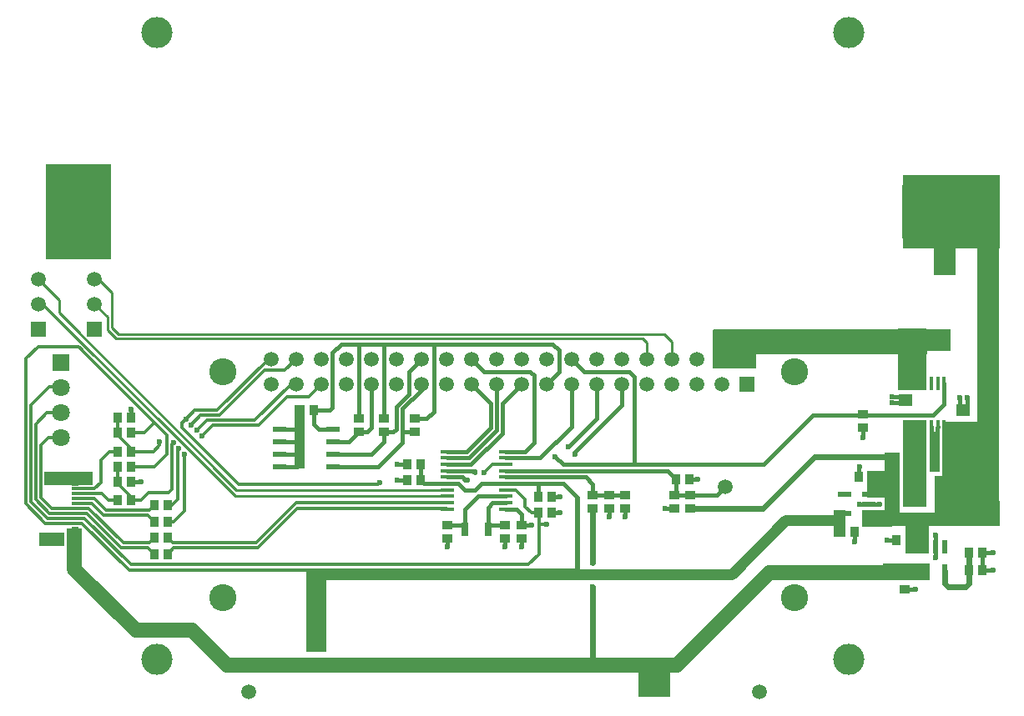
<source format=gtl>
G04 Layer_Physical_Order=1*
G04 Layer_Color=255*
%FSLAX44Y44*%
%MOMM*%
G71*
G01*
G75*
%ADD10R,0.9000X1.0000*%
%ADD11R,0.7500X1.4500*%
%ADD12R,1.4500X0.6000*%
%ADD13R,1.4000X0.4500*%
%ADD14R,0.4500X1.3500*%
%ADD15R,1.4000X0.6000*%
%ADD16R,1.0000X0.9000*%
%ADD17R,2.1500X6.3000*%
%ADD18R,1.4000X1.1500*%
G04:AMPARAMS|DCode=19|XSize=3.5mm|YSize=7mm|CornerRadius=0.875mm|HoleSize=0mm|Usage=FLASHONLY|Rotation=0.000|XOffset=0mm|YOffset=0mm|HoleType=Round|Shape=RoundedRectangle|*
%AMROUNDEDRECTD19*
21,1,3.5000,5.2500,0,0,0.0*
21,1,1.7500,7.0000,0,0,0.0*
1,1,1.7500,0.8750,-2.6250*
1,1,1.7500,-0.8750,-2.6250*
1,1,1.7500,-0.8750,2.6250*
1,1,1.7500,0.8750,2.6250*
%
%ADD19ROUNDEDRECTD19*%
%ADD20R,0.8000X0.3000*%
%ADD21R,0.8000X0.4000*%
%ADD22R,0.6000X1.4000*%
%ADD23C,1.5000*%
%ADD24C,0.6000*%
%ADD25C,0.2500*%
%ADD26C,0.3000*%
%ADD27C,0.4000*%
%ADD28C,0.4500*%
%ADD29C,1.1000*%
%ADD30C,0.5000*%
%ADD31R,2.0320X8.2550*%
%ADD32R,2.2860X2.9210*%
%ADD33R,6.6040X9.6520*%
%ADD34R,1.2700X2.6670*%
%ADD35R,4.4450X3.9370*%
%ADD36R,16.8910X2.5400*%
%ADD37R,9.7790X7.4930*%
%ADD38R,1.0160X4.0640*%
%ADD39R,1.0160X6.4770*%
%ADD40R,5.3340X6.3500*%
%ADD41R,2.2860X31.3690*%
%ADD42R,3.9370X8.6360*%
%ADD43R,2.4130X8.7630*%
%ADD44R,1.5240X2.3740*%
%ADD45R,4.9530X1.3970*%
%ADD46R,2.5400X1.3970*%
%ADD47R,2.9210X6.2230*%
%ADD48R,5.2070X2.5400*%
%ADD49R,3.1750X3.6830*%
%ADD50R,6.6040X1.1430*%
%ADD51R,1.3970X3.6830*%
%ADD52R,11.6840X1.3970*%
%ADD53R,1.5240X7.4930*%
%ADD54R,2.4130X3.3020*%
%ADD55R,4.6990X1.6510*%
%ADD56R,2.5400X2.6670*%
%ADD57R,3.0480X1.6510*%
%ADD58R,2.9210X2.2860*%
%ADD59C,1.5000*%
%ADD60R,1.5000X1.5000*%
%ADD61C,1.8000*%
%ADD62R,1.8000X1.8000*%
%ADD63C,2.7500*%
%ADD64C,1.5080*%
%ADD65R,1.5080X1.5080*%
%ADD66C,3.1750*%
%ADD67C,0.6000*%
D10*
X108350Y237490D02*
D03*
X94850D02*
D03*
X145180Y180340D02*
D03*
X131680D02*
D03*
X145180Y163830D02*
D03*
X131680D02*
D03*
X145180Y196850D02*
D03*
X131680D02*
D03*
X145180Y213360D02*
D03*
X131680D02*
D03*
X108350Y252730D02*
D03*
X94850D02*
D03*
X108350Y218440D02*
D03*
X94850D02*
D03*
X108350Y302260D02*
D03*
X94850D02*
D03*
X108350Y287020D02*
D03*
X94850D02*
D03*
X108350Y267970D02*
D03*
X94850D02*
D03*
X535070Y222250D02*
D03*
X521570D02*
D03*
X280270Y309880D02*
D03*
X293770D02*
D03*
X521570Y205740D02*
D03*
X535070D02*
D03*
X401720Y255270D02*
D03*
X388220D02*
D03*
X401720Y238760D02*
D03*
X388220D02*
D03*
X898290Y177800D02*
D03*
X884790D02*
D03*
X828910Y186690D02*
D03*
X842410D02*
D03*
X860190Y242570D02*
D03*
X846690D02*
D03*
X661270Y240030D02*
D03*
X674770D02*
D03*
X971950Y165100D02*
D03*
X958450D02*
D03*
X971950Y147320D02*
D03*
X958450D02*
D03*
D11*
X470470Y189230D02*
D03*
X446470D02*
D03*
D12*
X313000Y252730D02*
D03*
Y265430D02*
D03*
Y278130D02*
D03*
Y290830D02*
D03*
X258500Y252730D02*
D03*
Y265430D02*
D03*
Y278130D02*
D03*
Y290830D02*
D03*
D13*
X487970Y209510D02*
D03*
Y216010D02*
D03*
Y222510D02*
D03*
Y229010D02*
D03*
Y235510D02*
D03*
Y242010D02*
D03*
Y248510D02*
D03*
Y255010D02*
D03*
Y261510D02*
D03*
Y268010D02*
D03*
X428970Y209510D02*
D03*
Y216010D02*
D03*
Y222510D02*
D03*
Y229010D02*
D03*
Y235510D02*
D03*
Y242010D02*
D03*
Y248510D02*
D03*
Y255010D02*
D03*
Y261510D02*
D03*
Y268010D02*
D03*
D14*
X933040Y337210D02*
D03*
X926540D02*
D03*
X920040D02*
D03*
X913540D02*
D03*
X933040Y292710D02*
D03*
X926540D02*
D03*
X920040D02*
D03*
X913540D02*
D03*
D15*
X832050Y205130D02*
D03*
Y224130D02*
D03*
X857050D02*
D03*
Y214630D02*
D03*
Y205130D02*
D03*
D16*
X396240Y287890D02*
D03*
Y301390D02*
D03*
X364490Y287890D02*
D03*
Y301390D02*
D03*
X339090Y287890D02*
D03*
Y301390D02*
D03*
X504190Y179940D02*
D03*
Y193440D02*
D03*
X487680Y179940D02*
D03*
Y193440D02*
D03*
X429260Y179940D02*
D03*
Y193440D02*
D03*
X892810Y141770D02*
D03*
Y128270D02*
D03*
X659130Y210420D02*
D03*
Y223920D02*
D03*
X675640Y210420D02*
D03*
Y223920D02*
D03*
X576580D02*
D03*
Y210420D02*
D03*
X593090D02*
D03*
Y223920D02*
D03*
X609600D02*
D03*
Y210420D02*
D03*
X850900Y292100D02*
D03*
Y305600D02*
D03*
D17*
X902970Y243840D02*
D03*
X944470D02*
D03*
D18*
X894080Y320180D02*
D03*
Y337680D02*
D03*
X952500Y309740D02*
D03*
Y292240D02*
D03*
D19*
X70250Y511810D02*
D03*
X908250D02*
D03*
D20*
X51670Y190110D02*
D03*
Y195110D02*
D03*
Y200110D02*
D03*
Y205110D02*
D03*
Y210110D02*
D03*
Y215110D02*
D03*
Y220110D02*
D03*
Y225110D02*
D03*
Y230110D02*
D03*
Y235110D02*
D03*
D21*
X26670Y180110D02*
D03*
Y245110D02*
D03*
D22*
X934060Y146250D02*
D03*
X915060D02*
D03*
Y171250D02*
D03*
X924560D02*
D03*
X934060D02*
D03*
D23*
X661670Y50800D02*
X755650Y144780D01*
X205740Y50800D02*
X661670D01*
X170180Y86360D02*
X205740Y50800D01*
X113030Y86360D02*
X170180D01*
X50800Y148590D02*
X113030Y86360D01*
X50800Y148590D02*
Y173990D01*
X755650Y144780D02*
X878840D01*
D24*
X576580Y55880D02*
Y130810D01*
Y154940D02*
Y210420D01*
X748900D02*
X801370Y262890D01*
X876300D01*
X958450Y134220D02*
Y147320D01*
Y165100D01*
X934060Y134010D02*
X937260Y130810D01*
X955040D01*
X958450Y134220D01*
X675640Y210420D02*
X748900D01*
X934060Y134010D02*
Y146250D01*
D25*
X656590Y361950D02*
Y379730D01*
X648970Y387350D02*
X656590Y379730D01*
X95250Y387350D02*
X648970D01*
X84500Y391600D02*
Y404450D01*
Y391600D02*
X93250Y382850D01*
X626800D01*
X60203Y376430D02*
X144657Y291977D01*
X60099Y376430D02*
X60203D01*
X55120Y381409D02*
X60099Y376430D01*
X55120Y381409D02*
Y381513D01*
X18803Y417830D02*
X55120Y381513D01*
X35014Y408940D02*
Y422186D01*
X626800Y382850D02*
X631190Y378460D01*
Y361950D02*
Y378460D01*
X91040Y391560D02*
X95250Y387350D01*
X90904Y391560D02*
X91040D01*
X89000Y393464D02*
X90904Y391560D01*
X89000Y393464D02*
Y429160D01*
X74930Y443230D02*
X89000Y429160D01*
X71120Y417830D02*
X84500Y404450D01*
X71120Y443230D02*
X74930D01*
X13970D02*
X35014Y422186D01*
X214189Y222510D02*
X428970D01*
X144657Y291977D02*
X144722D01*
X214189Y222510D01*
X13970Y417830D02*
X18803D01*
X35014Y408940D02*
X214944Y229010D01*
X428970D01*
D26*
X58623Y370939D02*
X124610Y304952D01*
X58519Y370939D02*
X58623D01*
X58028Y371430D02*
X58519Y370939D01*
X58028Y371430D02*
X58028D01*
X54808Y374650D02*
X58028Y371430D01*
X13970Y374650D02*
X54808D01*
X160020Y292100D02*
X217610Y234510D01*
X160020Y292100D02*
Y297194D01*
X132080Y252730D02*
X144500Y265150D01*
Y284760D01*
X132080Y297180D02*
X144500Y284760D01*
X146050Y226060D02*
X149710Y229720D01*
X125730Y226060D02*
X146050D01*
X137160Y274334D02*
Y278130D01*
X149710Y275570D02*
X151000Y276860D01*
X151130D01*
X155697Y270244D02*
X156210Y270757D01*
X162197Y207917D02*
Y265430D01*
X149710Y229720D02*
Y275570D01*
X1510Y362190D02*
X13970Y374650D01*
X1510Y214939D02*
Y362190D01*
X124610Y304650D02*
X132080Y297180D01*
X121920Y287020D02*
X132080Y297180D01*
X108350Y287020D02*
X121920D01*
X108350Y252730D02*
X132080D01*
X118110Y218440D02*
X125730Y226060D01*
X108350Y267970D02*
X130796D01*
X124610Y304650D02*
Y304952D01*
X1510Y214939D02*
X21339Y195110D01*
X51670D01*
X85090Y218440D02*
X94850D01*
X78420Y225110D02*
X85090Y218440D01*
X51670Y225110D02*
X78420D01*
X86360Y267970D02*
X94850D01*
X77470Y259080D02*
X86360Y267970D01*
X77470Y236220D02*
Y259080D01*
X71360Y230110D02*
X77470Y236220D01*
X51670Y230110D02*
X71360D01*
X94850Y287020D02*
Y302260D01*
X108350Y267970D02*
Y271380D01*
X94850Y284880D02*
X108350Y271380D01*
X94850Y284880D02*
Y287020D01*
Y237490D02*
Y252730D01*
X108350Y218440D02*
Y221850D01*
X94850Y235350D02*
X108350Y221850D01*
X94850Y235350D02*
Y237490D01*
X108350Y218440D02*
X118110D01*
X125330Y203200D02*
X131680Y196850D01*
X80010Y203200D02*
X125330D01*
X68100Y215110D02*
X80010Y203200D01*
X126600Y208280D02*
X131680Y213360D01*
X82550Y208280D02*
X126600D01*
X149860Y213360D02*
X155697Y219197D01*
X145180Y213360D02*
X149860D01*
X145180Y196850D02*
X151130D01*
X162197Y207917D01*
X70720Y220110D02*
X82550Y208280D01*
X51670Y220110D02*
X70720D01*
X51670Y215110D02*
X68100D01*
X155697Y219197D02*
Y270244D01*
X126520Y175180D02*
X131680Y180340D01*
X100270Y175180D02*
X126520D01*
X65340Y210110D02*
X100270Y175180D01*
X125330Y170180D02*
X131680Y163830D01*
X98199Y170180D02*
X125330D01*
X63269Y205110D02*
X98199Y170180D01*
X51670Y210110D02*
X65340D01*
X51670Y210110D02*
X51670Y210110D01*
X51670Y205110D02*
X63269D01*
X150260Y175260D02*
X234840D01*
X145180Y180340D02*
X150260Y175260D01*
X234840D02*
X275590Y216010D01*
X236831Y170180D02*
X276911Y210260D01*
X151530Y170180D02*
X236831D01*
X145180Y163830D02*
X151530Y170180D01*
X276911Y210260D02*
X428220D01*
X275590Y216010D02*
X428970D01*
X108298Y153010D02*
X511150D01*
X106210Y147320D02*
X561340D01*
X61198Y200110D02*
X108298Y153010D01*
X58420Y195110D02*
X106210Y147320D01*
X175507Y289560D02*
X180340Y294393D01*
X178780Y304640D02*
X198120D01*
X36830Y281940D02*
X38100D01*
X23970D02*
X36830D01*
X508000Y212090D02*
X514350Y205740D01*
X508000Y212090D02*
Y219710D01*
X498700Y229010D02*
X508000Y219710D01*
X25400Y334010D02*
X35560D01*
X36830Y332740D01*
X51670Y195110D02*
X58420D01*
X51670Y200110D02*
X61198D01*
X22860Y307340D02*
X36830D01*
X23410Y200110D02*
X51670D01*
X428220Y210260D02*
X428970Y209510D01*
X195580Y309640D02*
X247890Y361950D01*
X250190D01*
X198120Y304640D02*
X244000Y350520D01*
X264160D01*
X275590Y361950D01*
X185093Y299640D02*
X233600D01*
X270510Y336550D01*
X275590D01*
X237490Y294640D02*
X266700Y323850D01*
X288290D01*
X300990Y336550D01*
X191407Y294640D02*
X237490D01*
X180093D02*
X180340Y294393D01*
X180093Y294640D02*
X185093Y299640D01*
X172466Y309640D02*
X195580D01*
X163816Y300990D02*
X172466Y309640D01*
X487970Y229010D02*
X498700D01*
X25481Y205110D02*
X51670D01*
X27552Y210110D02*
X51670D01*
X6510Y217010D02*
X23410Y200110D01*
X6510Y217010D02*
Y315120D01*
X25400Y334010D01*
X11510Y219081D02*
X25481Y205110D01*
X11510Y219081D02*
Y295990D01*
X22860Y307340D01*
X16510Y221152D02*
X27552Y210110D01*
X16510Y221152D02*
Y274480D01*
X23970Y281940D01*
X160020Y297194D02*
X163816Y300990D01*
X180340Y283573D02*
X191407Y294640D01*
X175013Y289560D02*
X175507D01*
X168910Y294770D02*
X178780Y304640D01*
X130796Y267970D02*
X137160Y274334D01*
X358970Y234510D02*
X360680Y236220D01*
X466090Y246380D02*
X474720Y255010D01*
X487970D01*
X217610Y234510D02*
X358970D01*
X511150Y153010D02*
X521970Y163830D01*
Y194310D01*
Y195330D01*
Y194310D02*
X529590D01*
X514350Y205740D02*
X521570D01*
X521970D01*
Y195580D02*
Y205740D01*
D27*
X674770Y240030D02*
X683260D01*
X520700Y235510D02*
X521570Y234640D01*
X108350Y237490D02*
X118110D01*
X453390Y336550D02*
X472790Y317150D01*
Y292045D02*
Y317150D01*
X484790Y286670D02*
Y317150D01*
X504190Y336550D01*
X478790Y289560D02*
Y336550D01*
X535070Y222250D02*
X543560D01*
X487680Y171450D02*
Y179940D01*
X504190Y171450D02*
Y179940D01*
Y193440D02*
Y204470D01*
X499150Y209510D02*
X504190Y204470D01*
X470470Y193440D02*
Y211390D01*
X475090Y216010D01*
X487970D01*
X446470Y193440D02*
Y208980D01*
X460000Y222510D01*
X487970D01*
X890410Y323850D02*
X894080Y320180D01*
X880110Y323850D02*
X890410D01*
X880110Y317500D02*
X891400D01*
X894080Y320180D01*
X857050Y214630D02*
X867410D01*
X847090D02*
X857050D01*
X926380Y292550D02*
X926540Y292710D01*
X609600Y201930D02*
Y210420D01*
X593090Y201930D02*
Y210420D01*
X551530Y272700D02*
X580390Y301560D01*
X558800Y265430D02*
Y267970D01*
X429260Y171450D02*
Y179940D01*
X258500Y290830D02*
X278130D01*
X258500Y278130D02*
X276860D01*
X258500Y265430D02*
X276860D01*
X258500Y252730D02*
X276860D01*
X313000Y278130D02*
X329330D01*
X339090Y287890D01*
X347580D01*
X351790Y292100D01*
X364490Y287890D02*
X374250D01*
X389890Y326390D02*
Y349250D01*
X402590Y361950D01*
X374250Y287890D02*
X377190Y290830D01*
Y313690D01*
X389890Y326390D01*
X383540Y311555D02*
X402590Y330605D01*
Y336550D01*
X529590D02*
X542290Y349250D01*
Y370840D01*
X535940Y377190D02*
X542290Y370840D01*
X312530Y368410D02*
X321310Y377190D01*
X312530Y312530D02*
Y368410D01*
X309880Y309880D02*
X312530Y312530D01*
X293770Y309880D02*
X309880D01*
X293770Y295510D02*
Y309880D01*
Y295510D02*
X298450Y290830D01*
X313000D01*
X339090Y301390D02*
Y377190D01*
X321310D02*
X339090D01*
X364490Y301390D02*
Y375920D01*
X363220Y377190D02*
X364490Y375920D01*
X339090Y377190D02*
X363220D01*
X415290Y308610D02*
Y377190D01*
X408070Y301390D02*
X415290Y308610D01*
X396240Y301390D02*
X408070D01*
X363220Y377190D02*
X415290D01*
X535940D01*
X351790Y292100D02*
Y336550D01*
X313000Y265430D02*
X351790D01*
X364490Y278130D01*
Y287890D01*
X948690Y313550D02*
X952500Y309740D01*
X948690Y313550D02*
Y322580D01*
X952500Y309740D02*
X956310Y313550D01*
Y322580D01*
X535070Y205740D02*
X543560D01*
X521570Y222250D02*
Y234640D01*
X401720Y238760D02*
X404970Y235510D01*
X401720Y238760D02*
Y255270D01*
X378460Y238760D02*
X388220D01*
X378460Y255270D02*
X388220D01*
X313000Y252730D02*
X358950D01*
X428970Y242010D02*
X443940D01*
X487970Y209510D02*
X499150D01*
X383540Y287020D02*
Y311555D01*
Y287020D02*
X384410Y287890D01*
X396240D01*
X358950Y252730D02*
X383540Y277320D01*
Y287020D01*
X971950Y147320D02*
Y165100D01*
X429260Y193440D02*
X446470D01*
X470470D02*
X487680D01*
X842410Y176930D02*
Y186690D01*
X842010Y176530D02*
X842410Y176930D01*
X846690Y253600D02*
X847090Y253200D01*
Y252730D02*
Y253200D01*
X875030Y177800D02*
X884790D01*
X892810Y128270D02*
X894080Y129540D01*
X924560Y171250D02*
Y182880D01*
X892810Y128270D02*
X895350D01*
X971950Y165100D02*
X982980D01*
X971950Y147320D02*
X982980D01*
X895350Y128270D02*
X904240D01*
X107950Y302660D02*
X108350Y302260D01*
X107950Y302660D02*
Y311150D01*
X649840Y210420D02*
X659130D01*
X674370Y240030D02*
X674770D01*
X850900Y281940D02*
Y292100D01*
X924560Y160020D02*
Y171250D01*
X428970Y268010D02*
X448755D01*
X472790Y292045D01*
X447190Y238760D02*
X449580D01*
X443940Y242010D02*
X447190Y238760D01*
X428970Y255010D02*
X453130D01*
X484790Y286670D01*
X428970Y261510D02*
X450740D01*
X478790Y289560D01*
X580390Y301560D02*
Y336550D01*
X558800Y267970D02*
X605790Y314960D01*
Y336550D01*
X504190Y193440D02*
X504590Y193040D01*
X514350D01*
X894080Y129540D02*
X895350Y128270D01*
X846690Y242570D02*
Y253600D01*
X920040Y278690D02*
Y292710D01*
X926380Y278680D02*
Y292550D01*
D28*
X660870Y225660D02*
Y240030D01*
X702710Y223920D02*
X711200Y232410D01*
X675640Y223920D02*
X702710D01*
X487970Y235510D02*
X520700D01*
X750310Y255010D02*
X800100Y304800D01*
X933040Y315820D02*
Y337210D01*
X922020Y304800D02*
X933040Y315820D01*
X516890Y276860D02*
Y345440D01*
X513080Y349250D02*
X516890Y345440D01*
X466090Y349250D02*
X513080D01*
X453390Y361950D02*
X466090Y349250D01*
X569520Y242010D02*
X576580Y234950D01*
Y223920D02*
Y234950D01*
Y223920D02*
X593090D01*
X609600D01*
X652390Y248510D02*
X660870Y240030D01*
X659130Y223920D02*
X660870Y225660D01*
X546810Y235510D02*
X561340Y220980D01*
X520700Y235510D02*
X546810D01*
X508040Y268010D02*
X516890Y276860D01*
X487970Y268010D02*
X508040D01*
X404970Y235510D02*
X428970D01*
X487970Y248510D02*
X652390D01*
X487970Y242010D02*
X569520D01*
X659130Y223920D02*
X675640D01*
X428970Y235510D02*
X440130D01*
X447040Y228600D01*
X457200D01*
X464110Y235510D01*
X487970D01*
Y261510D02*
X523130D01*
X554990Y293370D01*
Y336550D01*
X538480Y262890D02*
X546360Y255010D01*
X428970Y248510D02*
X455520D01*
X457200Y246830D02*
Y247650D01*
X554990Y361950D02*
X567690Y349250D01*
X613410D01*
X618490Y344170D01*
Y256280D02*
Y344170D01*
X617220Y255010D02*
X618490Y256280D01*
X546360Y255010D02*
X617220D01*
X750310D01*
X455520Y248510D02*
X457200Y246830D01*
X800100Y304800D02*
X922020D01*
D29*
X717550Y143510D02*
X772160Y198120D01*
X298450Y143510D02*
X717550D01*
X772160Y198120D02*
X824230D01*
D30*
X561340Y147320D02*
Y220980D01*
D31*
X295910Y106045D02*
D03*
D32*
X933450Y461645D02*
D03*
D33*
X54610Y511810D02*
D03*
D34*
X826770Y194945D02*
D03*
D35*
X720725Y371475D02*
D03*
D36*
X782955Y379730D02*
D03*
D37*
X940435Y511175D02*
D03*
D38*
X923290Y267970D02*
D03*
D39*
X279400Y282575D02*
D03*
D40*
X962660Y243840D02*
D03*
D41*
X977900Y389255D02*
D03*
D42*
X950595Y255270D02*
D03*
D43*
X903605Y255905D02*
D03*
D44*
X50800Y178240D02*
D03*
D45*
X45085Y240665D02*
D03*
D46*
X27940Y178435D02*
D03*
D47*
X901065Y361315D02*
D03*
D48*
X889635Y379730D02*
D03*
D49*
X639445Y37465D02*
D03*
D50*
X956310Y211455D02*
D03*
D51*
X930275Y224155D02*
D03*
D52*
X930910Y198755D02*
D03*
D53*
X880110Y229235D02*
D03*
D54*
X906145Y180340D02*
D03*
D55*
X894715Y145415D02*
D03*
D56*
X867410Y234315D02*
D03*
D57*
X864870Y200025D02*
D03*
D58*
X925195Y381000D02*
D03*
D59*
X71120Y443230D02*
D03*
Y417830D02*
D03*
X13970Y443230D02*
D03*
Y417830D02*
D03*
X295402Y75438D02*
D03*
X933450Y459740D02*
D03*
X711200Y232410D02*
D03*
X638810Y31750D02*
D03*
X227330Y24130D02*
D03*
X745490D02*
D03*
X928370Y381000D02*
D03*
D60*
X71120Y392430D02*
D03*
X13970D02*
D03*
D61*
X36830Y281940D02*
D03*
Y307340D02*
D03*
Y332740D02*
D03*
D62*
Y358140D02*
D03*
D63*
X201490Y349250D02*
D03*
Y119250D02*
D03*
X781490Y349250D02*
D03*
Y119250D02*
D03*
D64*
X250190Y361950D02*
D03*
Y336550D02*
D03*
X275590Y361950D02*
D03*
Y336550D02*
D03*
X300990Y361950D02*
D03*
Y336550D02*
D03*
X326390Y361950D02*
D03*
Y336550D02*
D03*
X351790Y361950D02*
D03*
Y336550D02*
D03*
X377190Y361950D02*
D03*
Y336550D02*
D03*
X402590Y361950D02*
D03*
Y336550D02*
D03*
X427990Y361950D02*
D03*
Y336550D02*
D03*
X453390Y361950D02*
D03*
Y336550D02*
D03*
X478790Y361950D02*
D03*
Y336550D02*
D03*
X504190Y361950D02*
D03*
Y336550D02*
D03*
X529590Y361950D02*
D03*
Y336550D02*
D03*
X554990Y361950D02*
D03*
Y336550D02*
D03*
X580390Y361950D02*
D03*
Y336550D02*
D03*
X605790Y361950D02*
D03*
Y336550D02*
D03*
X631190Y361950D02*
D03*
Y336550D02*
D03*
X656590Y361950D02*
D03*
Y336550D02*
D03*
X681990Y361950D02*
D03*
Y336550D02*
D03*
X707390Y361950D02*
D03*
Y336550D02*
D03*
X732790Y361950D02*
D03*
D65*
Y336550D02*
D03*
D66*
X836676Y693166D02*
D03*
Y57150D02*
D03*
X134620D02*
D03*
Y693166D02*
D03*
D67*
X137160Y278130D02*
D03*
X151000Y276860D02*
D03*
X156210Y270757D02*
D03*
X162197Y265430D02*
D03*
X683260Y240030D02*
D03*
X30480Y550672D02*
D03*
Y534416D02*
D03*
Y518160D02*
D03*
Y501904D02*
D03*
Y485648D02*
D03*
Y469392D02*
D03*
X44450Y469900D02*
D03*
Y486156D02*
D03*
Y502412D02*
D03*
Y518668D02*
D03*
Y534924D02*
D03*
Y551180D02*
D03*
X118110Y237490D02*
D03*
X543560Y222250D02*
D03*
X487680Y171450D02*
D03*
X504190D02*
D03*
X875030Y177800D02*
D03*
X880110Y317500D02*
D03*
Y323850D02*
D03*
X867410Y214630D02*
D03*
X847090D02*
D03*
X923290Y279400D02*
D03*
Y270510D02*
D03*
X609600Y201930D02*
D03*
X593090D02*
D03*
X576580Y154940D02*
D03*
Y130810D02*
D03*
X551530Y272700D02*
D03*
X558800Y265430D02*
D03*
X429260Y171450D02*
D03*
X279400Y295910D02*
D03*
Y286385D02*
D03*
Y276860D02*
D03*
Y267335D02*
D03*
Y257810D02*
D03*
X923290Y261620D02*
D03*
Y252730D02*
D03*
X948690Y322580D02*
D03*
X956310D02*
D03*
X543560Y205740D02*
D03*
X529590Y194310D02*
D03*
X52070Y243840D02*
D03*
X64770D02*
D03*
Y237490D02*
D03*
X19050Y175260D02*
D03*
X36830D02*
D03*
X163816Y300990D02*
D03*
X378460Y238760D02*
D03*
Y255270D02*
D03*
X842010Y176530D02*
D03*
X847090Y252730D02*
D03*
X924560Y160020D02*
D03*
Y182880D02*
D03*
X982980Y165100D02*
D03*
Y147320D02*
D03*
X904240Y128270D02*
D03*
X107950Y311150D02*
D03*
X649840Y210420D02*
D03*
X850900Y281940D02*
D03*
X180340Y283573D02*
D03*
X175013Y289560D02*
D03*
X168910Y294770D02*
D03*
X890270Y387350D02*
D03*
X900430D02*
D03*
X910590D02*
D03*
Y379730D02*
D03*
X900430D02*
D03*
X890270D02*
D03*
X910590Y372110D02*
D03*
X900430D02*
D03*
X890270D02*
D03*
X360680Y236220D02*
D03*
X466090Y246380D02*
D03*
X449580Y238760D02*
D03*
X538480Y262890D02*
D03*
X457200Y247650D02*
D03*
X514350Y193040D02*
D03*
M02*

</source>
